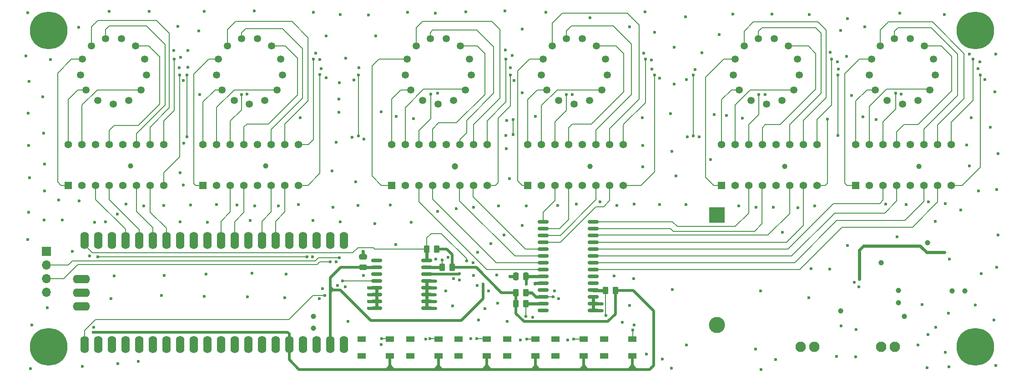
<source format=gtl>
%TF.GenerationSoftware,KiCad,Pcbnew,7.0.5-0*%
%TF.CreationDate,2023-12-27T11:16:32-05:00*%
%TF.ProjectId,nixie,6e697869-652e-46b6-9963-61645f706362,rev?*%
%TF.SameCoordinates,Original*%
%TF.FileFunction,Copper,L1,Top*%
%TF.FilePolarity,Positive*%
%FSLAX46Y46*%
G04 Gerber Fmt 4.6, Leading zero omitted, Abs format (unit mm)*
G04 Created by KiCad (PCBNEW 7.0.5-0) date 2023-12-27 11:16:32*
%MOMM*%
%LPD*%
G01*
G04 APERTURE LIST*
G04 Aperture macros list*
%AMRoundRect*
0 Rectangle with rounded corners*
0 $1 Rounding radius*
0 $2 $3 $4 $5 $6 $7 $8 $9 X,Y pos of 4 corners*
0 Add a 4 corners polygon primitive as box body*
4,1,4,$2,$3,$4,$5,$6,$7,$8,$9,$2,$3,0*
0 Add four circle primitives for the rounded corners*
1,1,$1+$1,$2,$3*
1,1,$1+$1,$4,$5*
1,1,$1+$1,$6,$7*
1,1,$1+$1,$8,$9*
0 Add four rect primitives between the rounded corners*
20,1,$1+$1,$2,$3,$4,$5,0*
20,1,$1+$1,$4,$5,$6,$7,0*
20,1,$1+$1,$6,$7,$8,$9,0*
20,1,$1+$1,$8,$9,$2,$3,0*%
G04 Aperture macros list end*
%TA.AperFunction,ComponentPad*%
%ADD10C,1.950000*%
%TD*%
%TA.AperFunction,ComponentPad*%
%ADD11C,0.800000*%
%TD*%
%TA.AperFunction,ComponentPad*%
%ADD12C,7.000000*%
%TD*%
%TA.AperFunction,SMDPad,CuDef*%
%ADD13RoundRect,0.150000X-0.875000X-0.150000X0.875000X-0.150000X0.875000X0.150000X-0.875000X0.150000X0*%
%TD*%
%TA.AperFunction,SMDPad,CuDef*%
%ADD14RoundRect,0.250000X0.250000X0.475000X-0.250000X0.475000X-0.250000X-0.475000X0.250000X-0.475000X0*%
%TD*%
%TA.AperFunction,SMDPad,CuDef*%
%ADD15R,1.550000X1.000000*%
%TD*%
%TA.AperFunction,SMDPad,CuDef*%
%ADD16RoundRect,0.250000X-0.262500X-0.450000X0.262500X-0.450000X0.262500X0.450000X-0.262500X0.450000X0*%
%TD*%
%TA.AperFunction,SMDPad,CuDef*%
%ADD17RoundRect,0.250000X0.262500X0.450000X-0.262500X0.450000X-0.262500X-0.450000X0.262500X-0.450000X0*%
%TD*%
%TA.AperFunction,ComponentPad*%
%ADD18R,1.700000X1.700000*%
%TD*%
%TA.AperFunction,ComponentPad*%
%ADD19O,1.700000X1.700000*%
%TD*%
%TA.AperFunction,ComponentPad*%
%ADD20R,1.400000X1.400000*%
%TD*%
%TA.AperFunction,ComponentPad*%
%ADD21C,1.400000*%
%TD*%
%TA.AperFunction,ComponentPad*%
%ADD22O,1.600000X3.200000*%
%TD*%
%TA.AperFunction,ComponentPad*%
%ADD23O,3.200000X1.600000*%
%TD*%
%TA.AperFunction,SMDPad,CuDef*%
%ADD24RoundRect,0.250000X0.475000X-0.250000X0.475000X0.250000X-0.475000X0.250000X-0.475000X-0.250000X0*%
%TD*%
%TA.AperFunction,ComponentPad*%
%ADD25R,3.000000X3.000000*%
%TD*%
%TA.AperFunction,ComponentPad*%
%ADD26C,3.000000*%
%TD*%
%TA.AperFunction,ComponentPad*%
%ADD27C,1.348000*%
%TD*%
%TA.AperFunction,ViaPad*%
%ADD28C,0.600000*%
%TD*%
%TA.AperFunction,ViaPad*%
%ADD29C,1.000000*%
%TD*%
%TA.AperFunction,ViaPad*%
%ADD30C,1.200000*%
%TD*%
%TA.AperFunction,Conductor*%
%ADD31C,0.600000*%
%TD*%
%TA.AperFunction,Conductor*%
%ADD32C,0.500000*%
%TD*%
%TA.AperFunction,Conductor*%
%ADD33C,0.200000*%
%TD*%
G04 APERTURE END LIST*
D10*
%TO.P,J4,1,1*%
%TO.N,+12V*%
X225000000Y-141100000D03*
%TO.P,J4,2,2*%
%TO.N,GND*%
X227540000Y-141100000D03*
%TD*%
%TO.P,J3,1,1*%
%TO.N,VCC*%
X210000000Y-141100000D03*
%TO.P,J3,2,2*%
%TO.N,GND*%
X212540000Y-141100000D03*
%TD*%
D11*
%TO.P,H2,1*%
%TO.N,N/C*%
X67375000Y-141100000D03*
X68143845Y-139243845D03*
X68143845Y-142956155D03*
X70000000Y-138475000D03*
D12*
X70000000Y-141100000D03*
D11*
X70000000Y-143725000D03*
X71856155Y-139243845D03*
X71856155Y-142956155D03*
X72625000Y-141100000D03*
%TD*%
D13*
%TO.P,IC6,1,32KHZ*%
%TO.N,unconnected-(IC6-32KHZ-Pad1)*%
X131062000Y-125020000D03*
%TO.P,IC6,2,VCC*%
%TO.N,+5V*%
X131062000Y-126290000D03*
%TO.P,IC6,3,~{INT}/SQW*%
%TO.N,unconnected-(IC6-~{INT}{slash}SQW-Pad3)*%
X131062000Y-127560000D03*
%TO.P,IC6,4,~{RST}*%
%TO.N,/RSTC*%
X131062000Y-128830000D03*
%TO.P,IC6,5,GND*%
%TO.N,GND*%
X131062000Y-130100000D03*
%TO.P,IC6,6,GND*%
X131062000Y-131370000D03*
%TO.P,IC6,7,GND*%
X131062000Y-132640000D03*
%TO.P,IC6,8,GND*%
X131062000Y-133910000D03*
%TO.P,IC6,9,GND*%
X140362000Y-133910000D03*
%TO.P,IC6,10,GND*%
X140362000Y-132640000D03*
%TO.P,IC6,11,GND*%
X140362000Y-131370000D03*
%TO.P,IC6,12,GND*%
X140362000Y-130100000D03*
%TO.P,IC6,13,GND*%
X140362000Y-128830000D03*
%TO.P,IC6,14,VBAT*%
%TO.N,Net-(BAT1-+)*%
X140362000Y-127560000D03*
%TO.P,IC6,15,SDA*%
%TO.N,/SDA1*%
X140362000Y-126290000D03*
%TO.P,IC6,16,SCL*%
%TO.N,/SCL1*%
X140362000Y-125020000D03*
%TD*%
D14*
%TO.P,C7,1*%
%TO.N,+5V*%
X158850000Y-128000000D03*
%TO.P,C7,2*%
%TO.N,GND*%
X156950000Y-128000000D03*
%TD*%
D15*
%TO.P,S1,1,1*%
%TO.N,/S1*%
X133525000Y-139640000D03*
%TO.P,S1,2,2*%
%TO.N,unconnected-(S1-Pad2)*%
X128275000Y-139640000D03*
%TO.P,S1,3,3*%
%TO.N,unconnected-(S1-Pad3)*%
X128275000Y-142840000D03*
%TO.P,S1,4,4*%
%TO.N,+3V3*%
X133525000Y-142840000D03*
%TD*%
%TO.P,S5,1,1*%
%TO.N,/S5*%
X169625000Y-139640000D03*
%TO.P,S5,2,2*%
%TO.N,unconnected-(S5-Pad2)*%
X164375000Y-139640000D03*
%TO.P,S5,3,3*%
%TO.N,unconnected-(S5-Pad3)*%
X164375000Y-142840000D03*
%TO.P,S5,4,4*%
%TO.N,+3V3*%
X169625000Y-142840000D03*
%TD*%
D16*
%TO.P,R9,1*%
%TO.N,+3V3*%
X156987500Y-133100000D03*
%TO.P,R9,2*%
%TO.N,/SDA1*%
X158812500Y-133100000D03*
%TD*%
D11*
%TO.P,H3,1*%
%TO.N,N/C*%
X239875000Y-82200000D03*
X240643845Y-80343845D03*
X240643845Y-84056155D03*
X242500000Y-79575000D03*
D12*
X242500000Y-82200000D03*
D11*
X242500000Y-84825000D03*
X244356155Y-80343845D03*
X244356155Y-84056155D03*
X245125000Y-82200000D03*
%TD*%
D17*
%TO.P,R5,1*%
%TO.N,+3V3*%
X142212500Y-122900000D03*
%TO.P,R5,2*%
%TO.N,/SCL1*%
X140387500Y-122900000D03*
%TD*%
D18*
%TO.P,J1,1,Pin_1*%
%TO.N,+3V3*%
X69600000Y-123340000D03*
D19*
%TO.P,J1,2,Pin_2*%
%TO.N,/RX*%
X69600000Y-125880000D03*
%TO.P,J1,3,Pin_3*%
%TO.N,/TX*%
X69600000Y-128420000D03*
%TO.P,J1,4,Pin_4*%
%TO.N,GND*%
X69600000Y-130960000D03*
%TD*%
D20*
%TO.P,IC3,1,8*%
%TO.N,/N38*%
X133826600Y-111030000D03*
D21*
%TO.P,IC3,2,9*%
%TO.N,/N39*%
X136366600Y-111030000D03*
%TO.P,IC3,3,A*%
%TO.N,/A3*%
X138906600Y-111030000D03*
%TO.P,IC3,4,D*%
%TO.N,/D3*%
X141446600Y-111030000D03*
%TO.P,IC3,5,VCC*%
%TO.N,+5V*%
X143986600Y-111030000D03*
%TO.P,IC3,6,B*%
%TO.N,/B3*%
X146526600Y-111030000D03*
%TO.P,IC3,7,C*%
%TO.N,/C3*%
X149066600Y-111030000D03*
%TO.P,IC3,8,2*%
%TO.N,/N32*%
X151606600Y-111030000D03*
%TO.P,IC3,9,3*%
%TO.N,/N33*%
X151606600Y-103410000D03*
%TO.P,IC3,10,7*%
%TO.N,/N37*%
X149066600Y-103410000D03*
%TO.P,IC3,11,6*%
%TO.N,/N36*%
X146526600Y-103410000D03*
%TO.P,IC3,12,GND*%
%TO.N,GND*%
X143986600Y-103410000D03*
%TO.P,IC3,13,4*%
%TO.N,/N34*%
X141446600Y-103410000D03*
%TO.P,IC3,14,5*%
%TO.N,/N35*%
X138906600Y-103410000D03*
%TO.P,IC3,15,1*%
%TO.N,/N31*%
X136366600Y-103410000D03*
%TO.P,IC3,16,0*%
%TO.N,/N30*%
X133826600Y-103410000D03*
%TD*%
D11*
%TO.P,H1,1*%
%TO.N,N/C*%
X70000000Y-84825000D03*
X68143845Y-84056155D03*
X71856155Y-84056155D03*
X67375000Y-82200000D03*
D12*
X70000000Y-82200000D03*
D11*
X72625000Y-82200000D03*
X68143845Y-80343845D03*
X71856155Y-80343845D03*
X70000000Y-79575000D03*
%TD*%
%TO.P,H4,1*%
%TO.N,N/C*%
X239875000Y-141100000D03*
X240643845Y-139243845D03*
X240643845Y-142956155D03*
X242500000Y-138475000D03*
D12*
X242500000Y-141100000D03*
D11*
X242500000Y-143725000D03*
X244356155Y-139243845D03*
X244356155Y-142956155D03*
X245125000Y-141100000D03*
%TD*%
D22*
%TO.P,P1,3V3,3V3*%
%TO.N,+3V3*%
X114780000Y-140680000D03*
%TO.P,P1,3V3_EN,3V3_EN*%
%TO.N,unconnected-(P1-Pad3V3_EN)*%
X117320000Y-140680000D03*
%TO.P,P1,ADC_VREF,ADC_VREF*%
%TO.N,unconnected-(P1-PadADC_VREF)*%
X112240000Y-140680000D03*
%TO.P,P1,AGND,AGND*%
%TO.N,GND*%
X107160000Y-140680000D03*
%TO.P,P1,GND@1,GND*%
X119860000Y-121300000D03*
%TO.P,P1,GND@2,GND*%
X107160000Y-121300000D03*
%TO.P,P1,GND@3,GND*%
X94460000Y-121300000D03*
%TO.P,P1,GND@4,GND*%
X81760000Y-121300000D03*
D23*
%TO.P,P1,GND@5,GND*%
X76110000Y-130990000D03*
D22*
%TO.P,P1,GND@6,GND*%
X81760000Y-140680000D03*
%TO.P,P1,GND@7,GND*%
X94460000Y-140680000D03*
%TO.P,P1,GND@8,GND*%
X119860000Y-140680000D03*
%TO.P,P1,GP0,GP0*%
%TO.N,/RX*%
X124940000Y-121300000D03*
%TO.P,P1,GP1,GP1*%
%TO.N,/TX*%
X122400000Y-121300000D03*
%TO.P,P1,GP2,GP2*%
%TO.N,/RSTIO*%
X117320000Y-121300000D03*
%TO.P,P1,GP3,GP3*%
%TO.N,/RSTC*%
X114780000Y-121300000D03*
%TO.P,P1,GP4,GP4*%
%TO.N,/C2*%
X112240000Y-121300000D03*
%TO.P,P1,GP5,GP5*%
%TO.N,/B2*%
X109700000Y-121300000D03*
%TO.P,P1,GP6,GP6*%
%TO.N,/D2*%
X104620000Y-121300000D03*
%TO.P,P1,GP7,GP7*%
%TO.N,/A2*%
X102080000Y-121300000D03*
%TO.P,P1,GP8,GP8*%
%TO.N,unconnected-(P1-PadGP8)*%
X99540000Y-121300000D03*
%TO.P,P1,GP9,GP9*%
%TO.N,unconnected-(P1-PadGP9)*%
X97000000Y-121300000D03*
%TO.P,P1,GP10,GP10*%
%TO.N,/C1*%
X91920000Y-121300000D03*
%TO.P,P1,GP11,GP11*%
%TO.N,/B1*%
X89380000Y-121300000D03*
%TO.P,P1,GP12,GP12*%
%TO.N,/D1*%
X86840000Y-121300000D03*
%TO.P,P1,GP13,GP13*%
%TO.N,/A1*%
X84300000Y-121300000D03*
%TO.P,P1,GP14,GP14*%
%TO.N,/SDA1*%
X79220000Y-121300000D03*
%TO.P,P1,GP15,GP15*%
%TO.N,/SCL1*%
X76680000Y-121300000D03*
%TO.P,P1,GP16,GP16*%
%TO.N,/S6*%
X76680000Y-140680000D03*
%TO.P,P1,GP17,GP17*%
%TO.N,/S5*%
X79220000Y-140680000D03*
%TO.P,P1,GP18,GP18*%
%TO.N,/S4*%
X84300000Y-140680000D03*
%TO.P,P1,GP19,GP19*%
%TO.N,/S3*%
X86840000Y-140680000D03*
%TO.P,P1,GP20,GP20*%
%TO.N,/S2*%
X89380000Y-140680000D03*
%TO.P,P1,GP21,GP21*%
%TO.N,/S1*%
X91920000Y-140680000D03*
%TO.P,P1,GP22,GP22*%
%TO.N,unconnected-(P1-PadGP22)*%
X97000000Y-140680000D03*
%TO.P,P1,GP26_A0,GP26_A0*%
%TO.N,unconnected-(P1-PadGP26_A0)*%
X102080000Y-140680000D03*
%TO.P,P1,GP27_A1,GP27_A1*%
%TO.N,unconnected-(P1-PadGP27_A1)*%
X104620000Y-140680000D03*
%TO.P,P1,GP28_A2,GP28_A2*%
%TO.N,unconnected-(P1-PadGP28_A2)*%
X109700000Y-140680000D03*
%TO.P,P1,RUN,RUN*%
%TO.N,unconnected-(P1-PadRUN)*%
X99540000Y-140680000D03*
D23*
%TO.P,P1,SWCLK,SWCLK*%
%TO.N,unconnected-(P1-PadSWCLK)*%
X76110000Y-128450000D03*
%TO.P,P1,SWDIO,SWDIO*%
%TO.N,unconnected-(P1-PadSWDIO)*%
X76110000Y-133530000D03*
D22*
%TO.P,P1,VBUS,VBUS*%
%TO.N,unconnected-(P1-PadVBUS)*%
X124940000Y-140680000D03*
%TO.P,P1,VSYS,VSYS*%
%TO.N,+5V*%
X122400000Y-140680000D03*
%TD*%
D15*
%TO.P,S3,1,1*%
%TO.N,/S3*%
X151550000Y-139640000D03*
%TO.P,S3,2,2*%
%TO.N,unconnected-(S3-Pad2)*%
X146300000Y-139640000D03*
%TO.P,S3,3,3*%
%TO.N,unconnected-(S3-Pad3)*%
X146300000Y-142840000D03*
%TO.P,S3,4,4*%
%TO.N,+3V3*%
X151550000Y-142840000D03*
%TD*%
%TO.P,S6,1,1*%
%TO.N,/S6*%
X178650000Y-139640000D03*
%TO.P,S6,2,2*%
%TO.N,unconnected-(S6-Pad2)*%
X173400000Y-139640000D03*
%TO.P,S6,3,3*%
%TO.N,unconnected-(S6-Pad3)*%
X173400000Y-142840000D03*
%TO.P,S6,4,4*%
%TO.N,+3V3*%
X178650000Y-142840000D03*
%TD*%
D24*
%TO.P,C5,1*%
%TO.N,+5V*%
X128500000Y-126250000D03*
%TO.P,C5,2*%
%TO.N,GND*%
X128500000Y-124350000D03*
%TD*%
D25*
%TO.P,BAT1,1,+*%
%TO.N,Net-(BAT1-+)*%
X194400000Y-116510000D03*
D26*
%TO.P,BAT1,2,-*%
%TO.N,GND*%
X194400000Y-137000000D03*
%TD*%
D16*
%TO.P,R10,1*%
%TO.N,+3V3*%
X156987500Y-131000000D03*
%TO.P,R10,2*%
%TO.N,/SCL1*%
X158812500Y-131000000D03*
%TD*%
D20*
%TO.P,IC8,1,8*%
%TO.N,/N68*%
X220260000Y-111030000D03*
D21*
%TO.P,IC8,2,9*%
%TO.N,/N69*%
X222800000Y-111030000D03*
%TO.P,IC8,3,A*%
%TO.N,/A6*%
X225340000Y-111030000D03*
%TO.P,IC8,4,D*%
%TO.N,/D6*%
X227880000Y-111030000D03*
%TO.P,IC8,5,VCC*%
%TO.N,+5V*%
X230420000Y-111030000D03*
%TO.P,IC8,6,B*%
%TO.N,/B6*%
X232960000Y-111030000D03*
%TO.P,IC8,7,C*%
%TO.N,/C6*%
X235500000Y-111030000D03*
%TO.P,IC8,8,2*%
%TO.N,/N62*%
X238040000Y-111030000D03*
%TO.P,IC8,9,3*%
%TO.N,/N63*%
X238040000Y-103410000D03*
%TO.P,IC8,10,7*%
%TO.N,/N67*%
X235500000Y-103410000D03*
%TO.P,IC8,11,6*%
%TO.N,/N66*%
X232960000Y-103410000D03*
%TO.P,IC8,12,GND*%
%TO.N,GND*%
X230420000Y-103410000D03*
%TO.P,IC8,13,4*%
%TO.N,/N64*%
X227880000Y-103410000D03*
%TO.P,IC8,14,5*%
%TO.N,/N65*%
X225340000Y-103410000D03*
%TO.P,IC8,15,1*%
%TO.N,/N61*%
X222800000Y-103410000D03*
%TO.P,IC8,16,0*%
%TO.N,/N60*%
X220260000Y-103410000D03*
%TD*%
D20*
%TO.P,IC7,1,8*%
%TO.N,/N58*%
X195226000Y-111030000D03*
D21*
%TO.P,IC7,2,9*%
%TO.N,/N59*%
X197766000Y-111030000D03*
%TO.P,IC7,3,A*%
%TO.N,/A5*%
X200306000Y-111030000D03*
%TO.P,IC7,4,D*%
%TO.N,/D5*%
X202846000Y-111030000D03*
%TO.P,IC7,5,VCC*%
%TO.N,+5V*%
X205386000Y-111030000D03*
%TO.P,IC7,6,B*%
%TO.N,/B5*%
X207926000Y-111030000D03*
%TO.P,IC7,7,C*%
%TO.N,/C5*%
X210466000Y-111030000D03*
%TO.P,IC7,8,2*%
%TO.N,/N52*%
X213006000Y-111030000D03*
%TO.P,IC7,9,3*%
%TO.N,/N53*%
X213006000Y-103410000D03*
%TO.P,IC7,10,7*%
%TO.N,/N57*%
X210466000Y-103410000D03*
%TO.P,IC7,11,6*%
%TO.N,/N56*%
X207926000Y-103410000D03*
%TO.P,IC7,12,GND*%
%TO.N,GND*%
X205386000Y-103410000D03*
%TO.P,IC7,13,4*%
%TO.N,/N54*%
X202846000Y-103410000D03*
%TO.P,IC7,14,5*%
%TO.N,/N55*%
X200306000Y-103410000D03*
%TO.P,IC7,15,1*%
%TO.N,/N51*%
X197766000Y-103410000D03*
%TO.P,IC7,16,0*%
%TO.N,/N50*%
X195226000Y-103410000D03*
%TD*%
D13*
%TO.P,IC5,1,GPB0*%
%TO.N,/A4*%
X162025000Y-117830000D03*
%TO.P,IC5,2,GPB1*%
%TO.N,/D4*%
X162025000Y-119100000D03*
%TO.P,IC5,3,GPB2*%
%TO.N,/B4*%
X162025000Y-120370000D03*
%TO.P,IC5,4,GPB3*%
%TO.N,/C4*%
X162025000Y-121640000D03*
%TO.P,IC5,5,GPB4*%
%TO.N,/C3*%
X162025000Y-122910000D03*
%TO.P,IC5,6,GPB5*%
%TO.N,/B3*%
X162025000Y-124180000D03*
%TO.P,IC5,7,GPB6*%
%TO.N,/D3*%
X162025000Y-125450000D03*
%TO.P,IC5,8,GPB7*%
%TO.N,/A3*%
X162025000Y-126720000D03*
%TO.P,IC5,9,VDD*%
%TO.N,+5V*%
X162025000Y-127990000D03*
%TO.P,IC5,10,VSS*%
%TO.N,GND*%
X162025000Y-129260000D03*
%TO.P,IC5,11,NC*%
%TO.N,unconnected-(IC5-NC-Pad11)*%
X162025000Y-130530000D03*
%TO.P,IC5,12,SCK*%
%TO.N,/SCL1*%
X162025000Y-131800000D03*
%TO.P,IC5,13,SDA*%
%TO.N,/SDA1*%
X162025000Y-133070000D03*
%TO.P,IC5,14,NC*%
%TO.N,unconnected-(IC5-NC-Pad14)*%
X162025000Y-134340000D03*
%TO.P,IC5,15,A0*%
%TO.N,GND*%
X171325000Y-134340000D03*
%TO.P,IC5,16,A1*%
X171325000Y-133070000D03*
%TO.P,IC5,17,A2*%
X171325000Y-131800000D03*
%TO.P,IC5,18,~{RESET}*%
%TO.N,/RSTIO*%
X171325000Y-130530000D03*
%TO.P,IC5,19,INTB*%
%TO.N,unconnected-(IC5-INTB-Pad19)*%
X171325000Y-129260000D03*
%TO.P,IC5,20,INTA*%
%TO.N,unconnected-(IC5-INTA-Pad20)*%
X171325000Y-127990000D03*
%TO.P,IC5,21,GPA0*%
%TO.N,/C6*%
X171325000Y-126720000D03*
%TO.P,IC5,22,GPA1*%
%TO.N,/B6*%
X171325000Y-125450000D03*
%TO.P,IC5,23,GPA2*%
%TO.N,/D6*%
X171325000Y-124180000D03*
%TO.P,IC5,24,GPA3*%
%TO.N,/A6*%
X171325000Y-122910000D03*
%TO.P,IC5,25,GPA4*%
%TO.N,/C5*%
X171325000Y-121640000D03*
%TO.P,IC5,26,GPA5*%
%TO.N,/B5*%
X171325000Y-120370000D03*
%TO.P,IC5,27,GPA6*%
%TO.N,/D5*%
X171325000Y-119100000D03*
%TO.P,IC5,28,GPA7*%
%TO.N,/A5*%
X171325000Y-117830000D03*
%TD*%
D16*
%TO.P,R11,1*%
%TO.N,/RSTIO*%
X173687500Y-130600000D03*
%TO.P,R11,2*%
%TO.N,+3V3*%
X175512500Y-130600000D03*
%TD*%
D15*
%TO.P,S2,1,1*%
%TO.N,/S2*%
X142550000Y-139640000D03*
%TO.P,S2,2,2*%
%TO.N,unconnected-(S2-Pad2)*%
X137300000Y-139640000D03*
%TO.P,S2,3,3*%
%TO.N,unconnected-(S2-Pad3)*%
X137300000Y-142840000D03*
%TO.P,S2,4,4*%
%TO.N,+3V3*%
X142550000Y-142840000D03*
%TD*%
D20*
%TO.P,IC4,1,8*%
%TO.N,/N48*%
X159188600Y-111030000D03*
D21*
%TO.P,IC4,2,9*%
%TO.N,/N49*%
X161728600Y-111030000D03*
%TO.P,IC4,3,A*%
%TO.N,/A4*%
X164268600Y-111030000D03*
%TO.P,IC4,4,D*%
%TO.N,/D4*%
X166808600Y-111030000D03*
%TO.P,IC4,5,VCC*%
%TO.N,+5V*%
X169348600Y-111030000D03*
%TO.P,IC4,6,B*%
%TO.N,/B4*%
X171888600Y-111030000D03*
%TO.P,IC4,7,C*%
%TO.N,/C4*%
X174428600Y-111030000D03*
%TO.P,IC4,8,2*%
%TO.N,/N42*%
X176968600Y-111030000D03*
%TO.P,IC4,9,3*%
%TO.N,/N43*%
X176968600Y-103410000D03*
%TO.P,IC4,10,7*%
%TO.N,/N47*%
X174428600Y-103410000D03*
%TO.P,IC4,11,6*%
%TO.N,/N46*%
X171888600Y-103410000D03*
%TO.P,IC4,12,GND*%
%TO.N,GND*%
X169348600Y-103410000D03*
%TO.P,IC4,13,4*%
%TO.N,/N44*%
X166808600Y-103410000D03*
%TO.P,IC4,14,5*%
%TO.N,/N45*%
X164268600Y-103410000D03*
%TO.P,IC4,15,1*%
%TO.N,/N41*%
X161728600Y-103410000D03*
%TO.P,IC4,16,0*%
%TO.N,/N40*%
X159188600Y-103410000D03*
%TD*%
D20*
%TO.P,IC2,1,8*%
%TO.N,/N28*%
X98764600Y-111030000D03*
D21*
%TO.P,IC2,2,9*%
%TO.N,/N29*%
X101304600Y-111030000D03*
%TO.P,IC2,3,A*%
%TO.N,/A2*%
X103844600Y-111030000D03*
%TO.P,IC2,4,D*%
%TO.N,/D2*%
X106384600Y-111030000D03*
%TO.P,IC2,5,VCC*%
%TO.N,+5V*%
X108924600Y-111030000D03*
%TO.P,IC2,6,B*%
%TO.N,/B2*%
X111464600Y-111030000D03*
%TO.P,IC2,7,C*%
%TO.N,/C2*%
X114004600Y-111030000D03*
%TO.P,IC2,8,2*%
%TO.N,/N22*%
X116544600Y-111030000D03*
%TO.P,IC2,9,3*%
%TO.N,/N23*%
X116544600Y-103410000D03*
%TO.P,IC2,10,7*%
%TO.N,/N27*%
X114004600Y-103410000D03*
%TO.P,IC2,11,6*%
%TO.N,/N26*%
X111464600Y-103410000D03*
%TO.P,IC2,12,GND*%
%TO.N,GND*%
X108924600Y-103410000D03*
%TO.P,IC2,13,4*%
%TO.N,/N24*%
X106384600Y-103410000D03*
%TO.P,IC2,14,5*%
%TO.N,/N25*%
X103844600Y-103410000D03*
%TO.P,IC2,15,1*%
%TO.N,/N21*%
X101304600Y-103410000D03*
%TO.P,IC2,16,0*%
%TO.N,/N20*%
X98764600Y-103410000D03*
%TD*%
D16*
%TO.P,R6,1*%
%TO.N,/SDA1*%
X143287500Y-126300000D03*
%TO.P,R6,2*%
%TO.N,+3V3*%
X145112500Y-126300000D03*
%TD*%
D20*
%TO.P,IC1,1,8*%
%TO.N,/N18*%
X73682600Y-111030000D03*
D21*
%TO.P,IC1,2,9*%
%TO.N,/N19*%
X76222600Y-111030000D03*
%TO.P,IC1,3,A*%
%TO.N,/A1*%
X78762600Y-111030000D03*
%TO.P,IC1,4,D*%
%TO.N,/D1*%
X81302600Y-111030000D03*
%TO.P,IC1,5,VCC*%
%TO.N,+5V*%
X83842600Y-111030000D03*
%TO.P,IC1,6,B*%
%TO.N,/B1*%
X86382600Y-111030000D03*
%TO.P,IC1,7,C*%
%TO.N,/C1*%
X88922600Y-111030000D03*
%TO.P,IC1,8,2*%
%TO.N,/N12*%
X91462600Y-111030000D03*
%TO.P,IC1,9,3*%
%TO.N,/N13*%
X91462600Y-103410000D03*
%TO.P,IC1,10,7*%
%TO.N,/N17*%
X88922600Y-103410000D03*
%TO.P,IC1,11,6*%
%TO.N,/N16*%
X86382600Y-103410000D03*
%TO.P,IC1,12,GND*%
%TO.N,GND*%
X83842600Y-103410000D03*
%TO.P,IC1,13,4*%
%TO.N,/N14*%
X81302600Y-103410000D03*
%TO.P,IC1,14,5*%
%TO.N,/N15*%
X78762600Y-103410000D03*
%TO.P,IC1,15,1*%
%TO.N,/N11*%
X76222600Y-103410000D03*
%TO.P,IC1,16,0*%
%TO.N,/N10*%
X73682600Y-103410000D03*
%TD*%
D15*
%TO.P,S4,1,1*%
%TO.N,/S4*%
X160625000Y-139640000D03*
%TO.P,S4,2,2*%
%TO.N,unconnected-(S4-Pad2)*%
X155375000Y-139640000D03*
%TO.P,S4,3,3*%
%TO.N,unconnected-(S4-Pad3)*%
X155375000Y-142840000D03*
%TO.P,S4,4,4*%
%TO.N,+3V3*%
X160625000Y-142840000D03*
%TD*%
D27*
%TO.P,N6,0,0*%
%TO.N,/N60*%
X223835200Y-93226300D03*
%TO.P,N6,1,1*%
%TO.N,/N61*%
X234023600Y-93226300D03*
%TO.P,N6,2,2*%
%TO.N,/N62*%
X235074200Y-90456100D03*
%TO.P,N6,3,3*%
%TO.N,/N63*%
X234717100Y-87515000D03*
%TO.P,N6,4,4*%
%TO.N,/N64*%
X233034100Y-85076800D03*
%TO.P,N6,5,5*%
%TO.N,/N65*%
X230410700Y-83699900D03*
%TO.P,N6,6,6*%
%TO.N,/N66*%
X227448100Y-83699900D03*
%TO.P,N6,7,7*%
%TO.N,/N67*%
X224824700Y-85076800D03*
%TO.P,N6,8,8*%
%TO.N,/N68*%
X223141700Y-87515000D03*
%TO.P,N6,9,9*%
%TO.N,/N69*%
X222784600Y-90456100D03*
%TO.P,N6,A,A*%
%TO.N,/170V6*%
X228929400Y-95899900D03*
%TO.P,N6,LHDP,LHDP*%
%TO.N,unconnected-(N6-PadLHDP)*%
X226052800Y-95190900D03*
%TO.P,N6,RHDP,RHDP*%
%TO.N,unconnected-(N6-PadRHDP)*%
X231806000Y-95190900D03*
%TD*%
%TO.P,N4,0,0*%
%TO.N,/N40*%
X162750400Y-93226300D03*
%TO.P,N4,1,1*%
%TO.N,/N41*%
X172938800Y-93226300D03*
%TO.P,N4,2,2*%
%TO.N,/N42*%
X173989400Y-90456100D03*
%TO.P,N4,3,3*%
%TO.N,/N43*%
X173632300Y-87515000D03*
%TO.P,N4,4,4*%
%TO.N,/N44*%
X171949300Y-85076800D03*
%TO.P,N4,5,5*%
%TO.N,/N45*%
X169325900Y-83699900D03*
%TO.P,N4,6,6*%
%TO.N,/N46*%
X166363300Y-83699900D03*
%TO.P,N4,7,7*%
%TO.N,/N47*%
X163739900Y-85076800D03*
%TO.P,N4,8,8*%
%TO.N,/N48*%
X162056900Y-87515000D03*
%TO.P,N4,9,9*%
%TO.N,/N49*%
X161699800Y-90456100D03*
%TO.P,N4,A,A*%
%TO.N,/170V4*%
X167844600Y-95899900D03*
%TO.P,N4,LHDP,LHDP*%
%TO.N,unconnected-(N4-PadLHDP)*%
X164968000Y-95190900D03*
%TO.P,N4,RHDP,RHDP*%
%TO.N,unconnected-(N4-PadRHDP)*%
X170721200Y-95190900D03*
%TD*%
%TO.P,N5,0,0*%
%TO.N,/N50*%
X198506000Y-93226300D03*
%TO.P,N5,1,1*%
%TO.N,/N51*%
X208694400Y-93226300D03*
%TO.P,N5,2,2*%
%TO.N,/N52*%
X209745000Y-90456100D03*
%TO.P,N5,3,3*%
%TO.N,/N53*%
X209387900Y-87515000D03*
%TO.P,N5,4,4*%
%TO.N,/N54*%
X207704900Y-85076800D03*
%TO.P,N5,5,5*%
%TO.N,/N55*%
X205081500Y-83699900D03*
%TO.P,N5,6,6*%
%TO.N,/N56*%
X202118900Y-83699900D03*
%TO.P,N5,7,7*%
%TO.N,/N57*%
X199495500Y-85076800D03*
%TO.P,N5,8,8*%
%TO.N,/N58*%
X197812500Y-87515000D03*
%TO.P,N5,9,9*%
%TO.N,/N59*%
X197455400Y-90456100D03*
%TO.P,N5,A,A*%
%TO.N,/170V5*%
X203600200Y-95899900D03*
%TO.P,N5,LHDP,LHDP*%
%TO.N,unconnected-(N5-PadLHDP)*%
X200723600Y-95190900D03*
%TO.P,N5,RHDP,RHDP*%
%TO.N,unconnected-(N5-PadRHDP)*%
X206476800Y-95190900D03*
%TD*%
%TO.P,N3,0,0*%
%TO.N,/N30*%
X137428600Y-93226300D03*
%TO.P,N3,1,1*%
%TO.N,/N31*%
X147617000Y-93226300D03*
%TO.P,N3,2,2*%
%TO.N,/N32*%
X148667600Y-90456100D03*
%TO.P,N3,3,3*%
%TO.N,/N33*%
X148310500Y-87515000D03*
%TO.P,N3,4,4*%
%TO.N,/N34*%
X146627500Y-85076800D03*
%TO.P,N3,5,5*%
%TO.N,/N35*%
X144004100Y-83699900D03*
%TO.P,N3,6,6*%
%TO.N,/N36*%
X141041500Y-83699900D03*
%TO.P,N3,7,7*%
%TO.N,/N37*%
X138418100Y-85076800D03*
%TO.P,N3,8,8*%
%TO.N,/N38*%
X136735100Y-87515000D03*
%TO.P,N3,9,9*%
%TO.N,/N39*%
X136378000Y-90456100D03*
%TO.P,N3,A,A*%
%TO.N,/170V3*%
X142522800Y-95899900D03*
%TO.P,N3,LHDP,LHDP*%
%TO.N,unconnected-(N3-PadLHDP)*%
X139646200Y-95190900D03*
%TO.P,N3,RHDP,RHDP*%
%TO.N,unconnected-(N3-PadRHDP)*%
X145399400Y-95190900D03*
%TD*%
%TO.P,N1,0,0*%
%TO.N,/N10*%
X76984600Y-93226300D03*
%TO.P,N1,1,1*%
%TO.N,/N11*%
X87173000Y-93226300D03*
%TO.P,N1,2,2*%
%TO.N,/N12*%
X88223600Y-90456100D03*
%TO.P,N1,3,3*%
%TO.N,/N13*%
X87866500Y-87515000D03*
%TO.P,N1,4,4*%
%TO.N,/N14*%
X86183500Y-85076800D03*
%TO.P,N1,5,5*%
%TO.N,/N15*%
X83560100Y-83699900D03*
%TO.P,N1,6,6*%
%TO.N,/N16*%
X80597500Y-83699900D03*
%TO.P,N1,7,7*%
%TO.N,/N17*%
X77974100Y-85076800D03*
%TO.P,N1,8,8*%
%TO.N,/N18*%
X76291100Y-87515000D03*
%TO.P,N1,9,9*%
%TO.N,/N19*%
X75934000Y-90456100D03*
%TO.P,N1,A,A*%
%TO.N,/170V1*%
X82078800Y-95899900D03*
%TO.P,N1,LHDP,LHDP*%
%TO.N,unconnected-(N1-PadLHDP)*%
X79202200Y-95190900D03*
%TO.P,N1,RHDP,RHDP*%
%TO.N,unconnected-(N1-PadRHDP)*%
X84955400Y-95190900D03*
%TD*%
%TO.P,N2,0,0*%
%TO.N,/N20*%
X102306400Y-93226300D03*
%TO.P,N2,1,1*%
%TO.N,/N21*%
X112494800Y-93226300D03*
%TO.P,N2,2,2*%
%TO.N,/N22*%
X113545400Y-90456100D03*
%TO.P,N2,3,3*%
%TO.N,/N23*%
X113188300Y-87515000D03*
%TO.P,N2,4,4*%
%TO.N,/N24*%
X111505300Y-85076800D03*
%TO.P,N2,5,5*%
%TO.N,/N25*%
X108881900Y-83699900D03*
%TO.P,N2,6,6*%
%TO.N,/N26*%
X105919300Y-83699900D03*
%TO.P,N2,7,7*%
%TO.N,/N27*%
X103295900Y-85076800D03*
%TO.P,N2,8,8*%
%TO.N,/N28*%
X101612900Y-87515000D03*
%TO.P,N2,9,9*%
%TO.N,/N29*%
X101255800Y-90456100D03*
%TO.P,N2,A,A*%
%TO.N,/170V2*%
X107400600Y-95899900D03*
%TO.P,N2,LHDP,LHDP*%
%TO.N,unconnected-(N2-PadLHDP)*%
X104524000Y-95190900D03*
%TO.P,N2,RHDP,RHDP*%
%TO.N,unconnected-(N2-PadRHDP)*%
X110277200Y-95190900D03*
%TD*%
D28*
%TO.N,GND*%
X125700000Y-136400000D03*
X166600000Y-139800000D03*
X221900000Y-81500000D03*
X188741538Y-140786711D03*
X101300000Y-114600000D03*
X162600000Y-78800000D03*
X125300000Y-87300000D03*
X153772868Y-114884939D03*
X107017605Y-131809300D03*
X120700000Y-89300000D03*
X134599594Y-122088741D03*
X246100000Y-93600000D03*
X119100000Y-124300000D03*
X217400000Y-82200000D03*
X246698118Y-120283057D03*
X75600000Y-81600000D03*
X203400000Y-94100000D03*
X66100000Y-78900000D03*
X81602344Y-132148170D03*
X141900000Y-131400000D03*
X145200000Y-133500000D03*
X237700000Y-124800000D03*
X137900000Y-98600000D03*
X180595791Y-103589038D03*
X240900000Y-103500000D03*
X124022259Y-97397335D03*
X142000000Y-132600000D03*
D29*
X170800000Y-107500000D03*
D28*
X116500000Y-114600000D03*
X123500000Y-125300000D03*
X217494019Y-137220595D03*
X149100000Y-115100000D03*
X96471753Y-114715947D03*
X99600000Y-117900000D03*
X220000000Y-129100000D03*
X228700000Y-94000000D03*
X121700000Y-83200000D03*
X156000000Y-89100000D03*
X180500000Y-98400000D03*
D29*
X217400000Y-134400000D03*
D28*
X206600000Y-119800000D03*
X241700000Y-98400000D03*
X84400000Y-114500000D03*
X78600000Y-117900000D03*
X194800000Y-82900000D03*
X153600000Y-133000000D03*
X71869763Y-113767103D03*
X193900000Y-97800000D03*
X142000000Y-130100000D03*
X87700000Y-114900000D03*
X244300000Y-91300000D03*
X94600000Y-87200000D03*
X179000000Y-137000000D03*
X108287048Y-78528572D03*
X95100000Y-111000000D03*
X246000000Y-136100000D03*
X156300000Y-86800000D03*
X123500000Y-103000000D03*
X94500000Y-117800000D03*
X68900000Y-94500000D03*
X145900000Y-115400000D03*
X66600000Y-145200000D03*
X196200000Y-98000000D03*
X66467445Y-109580076D03*
X125200000Y-129900000D03*
X205300000Y-143500000D03*
X190300000Y-89500000D03*
X211595682Y-79188043D03*
X69100000Y-101300000D03*
X233500000Y-145000000D03*
X155100000Y-101700000D03*
X186463788Y-92155817D03*
X154800000Y-120300000D03*
X91400000Y-114800000D03*
X146500000Y-128700000D03*
X128600000Y-127800000D03*
X119300000Y-78800000D03*
X129500000Y-79300000D03*
X131900000Y-140700000D03*
X191100000Y-102000000D03*
X179000000Y-114500000D03*
X94100000Y-81400000D03*
X155300000Y-98900000D03*
X149800000Y-129700000D03*
D29*
X232000000Y-107500000D03*
D28*
X120400000Y-132100000D03*
X215500000Y-86200000D03*
X142400000Y-115900000D03*
X105100000Y-114700000D03*
D29*
X228200000Y-130600000D03*
D28*
X150058465Y-136079730D03*
X82800000Y-116400000D03*
D29*
X85300000Y-107400000D03*
D28*
X134700000Y-98200000D03*
X66200000Y-97600000D03*
X95900000Y-89000000D03*
X216700000Y-142900000D03*
X218678069Y-79933558D03*
D29*
X207000000Y-107500000D03*
D28*
X70400000Y-87600000D03*
X129500000Y-131400000D03*
X158900000Y-114900000D03*
X218700000Y-122200000D03*
X119186374Y-117543187D03*
X232600000Y-133200000D03*
X236700000Y-79200000D03*
X204900000Y-115100000D03*
X140200000Y-139700000D03*
X112800000Y-114900000D03*
X82200000Y-127900000D03*
X151900000Y-130700000D03*
X243000000Y-89300000D03*
X191600000Y-86300000D03*
X175229236Y-127859460D03*
X75700000Y-113900000D03*
X186450830Y-85337879D03*
X236900000Y-114400000D03*
X122947832Y-115154152D03*
X181000000Y-78700000D03*
X236900000Y-142100000D03*
X142400000Y-93900000D03*
X197400000Y-79100000D03*
X211900000Y-126500000D03*
X243100000Y-112100000D03*
X242500000Y-133300000D03*
X184255812Y-143350831D03*
D29*
X228200000Y-132900000D03*
D28*
X220295345Y-137853153D03*
X182300000Y-89400000D03*
X199100000Y-98500000D03*
X178100000Y-133400000D03*
X246500000Y-111800000D03*
X127624240Y-114798338D03*
X116800000Y-98400000D03*
X66900000Y-137000000D03*
X164900000Y-132100000D03*
X114000000Y-132000000D03*
X131900000Y-97300000D03*
X229600000Y-114600000D03*
X119700000Y-86400000D03*
X235000000Y-117700000D03*
X160100000Y-135600000D03*
X78400000Y-137500000D03*
X241400000Y-107400000D03*
X66298010Y-116018608D03*
X235100000Y-137500000D03*
X107500000Y-117600000D03*
X215419938Y-126621590D03*
X143900000Y-130700000D03*
X123800000Y-129700000D03*
X129500000Y-132600000D03*
X155400000Y-136400000D03*
X142000000Y-133900000D03*
X198500000Y-114900000D03*
X201600000Y-141500000D03*
X82900000Y-144200000D03*
X241391276Y-86593306D03*
X155900000Y-128000000D03*
X170800000Y-79800000D03*
D29*
X229300000Y-135400000D03*
D28*
X183700000Y-114600000D03*
X128500000Y-123300000D03*
X186000000Y-104700000D03*
X142000000Y-79000000D03*
X243600000Y-127500000D03*
X137500000Y-117900000D03*
X246700000Y-105100000D03*
X167500000Y-94100000D03*
X219500000Y-94300000D03*
X94300000Y-89100000D03*
X155000000Y-85800000D03*
X188585712Y-79644861D03*
X188700000Y-91300000D03*
X133600000Y-114700000D03*
X182800000Y-82500000D03*
X144400000Y-124400000D03*
X80600000Y-117800000D03*
X124000000Y-95000000D03*
X98100000Y-94100000D03*
X172600000Y-114100000D03*
X173000000Y-133100000D03*
X188600000Y-114600000D03*
X239800000Y-115600000D03*
X127185379Y-110334879D03*
X122800000Y-108300000D03*
X81300000Y-78600000D03*
X188900000Y-102000000D03*
X66400000Y-91700000D03*
X130900000Y-83200000D03*
X246300000Y-86600000D03*
X173000000Y-134300000D03*
X158200000Y-118500000D03*
X225800000Y-114500000D03*
X69300000Y-112100000D03*
X76286374Y-144743518D03*
X130724902Y-118153153D03*
D29*
X240500000Y-130700000D03*
D28*
X246500000Y-126300000D03*
X157800000Y-139800000D03*
D29*
X225000000Y-125400000D03*
D28*
X175800000Y-114800000D03*
X185900000Y-145100000D03*
X106900000Y-94000000D03*
X124261519Y-79244111D03*
X202500000Y-130700000D03*
X95100000Y-91500000D03*
X201700000Y-115100000D03*
X155800000Y-109800000D03*
X217000000Y-89400000D03*
X129500000Y-130100000D03*
X202600000Y-145300000D03*
X220200000Y-143000000D03*
X145400000Y-128400000D03*
X99000000Y-78600000D03*
X243300000Y-88000000D03*
X181300000Y-142500000D03*
X183700000Y-91100000D03*
X180595791Y-107550054D03*
X72600000Y-117500000D03*
X160600000Y-98200000D03*
X185800000Y-97700000D03*
X180800000Y-86400000D03*
X186800000Y-109300000D03*
X107830893Y-127370101D03*
X136800000Y-78800000D03*
X178900000Y-128400000D03*
D29*
X233600000Y-121700000D03*
D28*
X126500000Y-102100000D03*
X228403642Y-78984721D03*
X88700000Y-78600000D03*
X114200000Y-127600000D03*
X233800000Y-114100000D03*
X178100000Y-81500000D03*
X227897015Y-120608965D03*
X86700000Y-143800000D03*
X246300000Y-144600000D03*
X69300000Y-107100000D03*
X127800000Y-89100000D03*
X66300000Y-103600000D03*
X69200000Y-117500000D03*
X94500000Y-108700000D03*
X176800000Y-136500000D03*
X120987830Y-130294118D03*
X168200000Y-114500000D03*
X124100000Y-91900000D03*
X74400000Y-123300000D03*
D30*
X145600000Y-107500000D03*
D28*
X99300000Y-127600000D03*
X124300000Y-117800000D03*
X245300000Y-100200000D03*
X91500000Y-127800000D03*
D29*
X238200000Y-130700000D03*
D28*
X152300000Y-121900000D03*
X99000000Y-131700000D03*
X211500000Y-132000000D03*
X158200000Y-81900000D03*
X154900000Y-78500000D03*
X142100000Y-124800000D03*
X158200000Y-93800000D03*
X69800000Y-133800000D03*
X209500000Y-115200000D03*
X221600000Y-98300000D03*
X237600000Y-144800000D03*
X216800000Y-88000000D03*
X153400000Y-127700000D03*
D29*
X119300000Y-137600000D03*
D28*
X164200000Y-130700000D03*
X65800000Y-86900000D03*
X121700000Y-91000000D03*
X193200000Y-106200000D03*
X160500000Y-129300000D03*
X95200000Y-103200000D03*
X97940859Y-82267110D03*
X237500000Y-134800000D03*
X149100000Y-127800000D03*
X148600000Y-139600000D03*
X212600000Y-114900000D03*
X155200000Y-104200000D03*
D29*
X119300000Y-135400000D03*
D28*
X220800000Y-129900000D03*
X186100000Y-130400000D03*
X151200000Y-134000000D03*
X108400000Y-114900000D03*
X231800000Y-140800000D03*
X149000000Y-125400000D03*
X126800000Y-91400000D03*
X128700000Y-102400000D03*
X147670451Y-78681728D03*
X93300000Y-85900000D03*
X156600000Y-91500000D03*
X204600000Y-79100000D03*
X129500000Y-133900000D03*
X77600000Y-124200000D03*
X164800000Y-114800000D03*
X149900000Y-123500000D03*
X224034884Y-98790697D03*
X182200000Y-87700000D03*
D29*
X110400000Y-107400000D03*
D28*
X233700000Y-138800000D03*
X120500000Y-87600000D03*
X66100000Y-121100000D03*
X218500000Y-87000000D03*
X91000000Y-131500000D03*
X95900000Y-85900000D03*
X142000000Y-128800000D03*
%TO.N,+5V*%
X150900000Y-129400000D03*
X158900000Y-129400000D03*
%TO.N,/N13*%
X93400000Y-87500000D03*
%TO.N,/N12*%
X94400000Y-90500000D03*
%TO.N,/N23*%
X119300000Y-87500000D03*
%TO.N,/N25*%
X105900000Y-94100000D03*
%TO.N,/N22*%
X120500000Y-90400000D03*
%TO.N,/N29*%
X95800000Y-90500000D03*
X95800000Y-102000000D03*
%TO.N,/N33*%
X155100000Y-87500000D03*
%TO.N,/N35*%
X141100000Y-94000000D03*
%TO.N,/N32*%
X156000000Y-90500000D03*
%TO.N,/N39*%
X127700000Y-101800000D03*
X127700000Y-90500000D03*
%TO.N,/N43*%
X181100000Y-87500000D03*
%TO.N,/N45*%
X166400000Y-94100000D03*
%TO.N,/N42*%
X182800000Y-90500000D03*
%TO.N,/N49*%
X156500000Y-101600000D03*
X156500000Y-98800000D03*
%TO.N,/RSTIO*%
X173700000Y-135300000D03*
%TO.N,/RSTC*%
X124700000Y-128800000D03*
%TO.N,/S1*%
X132000000Y-139600000D03*
%TO.N,+3V3*%
X78300000Y-138400000D03*
%TO.N,/S2*%
X141000000Y-139600000D03*
%TO.N,/S3*%
X149700000Y-139600000D03*
%TO.N,/S4*%
X159000000Y-139700000D03*
%TO.N,/SCL1*%
X147800000Y-125100000D03*
X163900000Y-131800000D03*
%TO.N,/SDA1*%
X79200000Y-124300000D03*
X158800000Y-135400000D03*
X143300000Y-124900000D03*
X118100000Y-124300000D03*
%TO.N,/N52*%
X215000000Y-98700000D03*
%TO.N,/N53*%
X215700000Y-87515000D03*
%TO.N,/N55*%
X202200000Y-94100000D03*
%TO.N,/N59*%
X190000000Y-101800000D03*
X190000000Y-90500000D03*
%TO.N,/N62*%
X243400000Y-90500000D03*
%TO.N,/N63*%
X242100000Y-87500000D03*
%TO.N,/N65*%
X227700000Y-93900000D03*
%TO.N,/N69*%
X216900000Y-90500000D03*
X216900000Y-101700000D03*
%TO.N,/TX*%
X122400000Y-125300000D03*
%TO.N,/RX*%
X124100000Y-124500000D03*
%TO.N,/S5*%
X167700000Y-139700000D03*
%TO.N,/S6*%
X178700000Y-138000000D03*
X121400000Y-131500000D03*
%TO.N,Net-(IC9-FB)*%
X220900000Y-128500000D03*
X236700000Y-123500000D03*
%TO.N,Net-(BAT1-+)*%
X146500000Y-127500000D03*
%TD*%
D31*
%TO.N,GND*%
X140362000Y-133910000D02*
X141990000Y-133910000D01*
X141990000Y-128810000D02*
X142000000Y-128800000D01*
X140262000Y-131410000D02*
X141890000Y-131410000D01*
X131062000Y-130100000D02*
X129500000Y-130100000D01*
X141890000Y-131410000D02*
X141900000Y-131400000D01*
X172970000Y-133070000D02*
X173000000Y-133100000D01*
X131062000Y-132600000D02*
X129500000Y-132600000D01*
X141990000Y-133910000D02*
X142000000Y-133900000D01*
X140362000Y-130110000D02*
X141990000Y-130110000D01*
X131062000Y-133900000D02*
X129500000Y-133900000D01*
X160540000Y-129260000D02*
X160500000Y-129300000D01*
X171325000Y-133070000D02*
X172970000Y-133070000D01*
X171325000Y-133070000D02*
X171325000Y-134340000D01*
X141990000Y-132610000D02*
X142000000Y-132600000D01*
X172960000Y-134340000D02*
X173000000Y-134300000D01*
X140362000Y-132610000D02*
X141990000Y-132610000D01*
X131062000Y-130100000D02*
X131062000Y-133910000D01*
X156950000Y-128000000D02*
X155900000Y-128000000D01*
X140362000Y-128830000D02*
X140362000Y-133910000D01*
X140362000Y-128810000D02*
X141990000Y-128810000D01*
X171325000Y-131800000D02*
X171325000Y-133070000D01*
X131062000Y-131400000D02*
X129500000Y-131400000D01*
X162025000Y-129260000D02*
X160540000Y-129260000D01*
X141990000Y-130110000D02*
X142000000Y-130100000D01*
X171325000Y-134340000D02*
X172960000Y-134340000D01*
X128500000Y-124350000D02*
X128500000Y-123300000D01*
%TO.N,+5V*%
X128500000Y-126250000D02*
X131022000Y-126250000D01*
D32*
X130000000Y-136200000D02*
X124300000Y-130500000D01*
X124350000Y-126250000D02*
X128500000Y-126250000D01*
X158900000Y-129400000D02*
X158900000Y-128050000D01*
X122400000Y-139880000D02*
X122400000Y-130900000D01*
D31*
X162015000Y-128000000D02*
X162025000Y-127990000D01*
D32*
X122400000Y-128200000D02*
X124350000Y-126250000D01*
X124300000Y-130500000D02*
X122900000Y-130500000D01*
X150900000Y-129400000D02*
X150900000Y-132100000D01*
X150900000Y-132100000D02*
X146800000Y-136200000D01*
X122400000Y-130500000D02*
X122900000Y-130500000D01*
X122900000Y-130500000D02*
X122800000Y-130500000D01*
D31*
X131022000Y-126250000D02*
X131062000Y-126290000D01*
D32*
X122400000Y-130900000D02*
X122400000Y-130500000D01*
D31*
X158850000Y-128000000D02*
X162015000Y-128000000D01*
D32*
X122400000Y-130500000D02*
X122400000Y-130000000D01*
X122900000Y-130500000D02*
X122400000Y-130000000D01*
X122800000Y-130500000D02*
X122400000Y-130900000D01*
X122400000Y-130000000D02*
X122400000Y-128200000D01*
X146800000Y-136200000D02*
X130000000Y-136200000D01*
D33*
%TO.N,/N13*%
X91462600Y-99037400D02*
X91462600Y-103410000D01*
X93400000Y-97100000D02*
X91462600Y-99037400D01*
X93400000Y-87500000D02*
X93400000Y-97100000D01*
%TO.N,/N10*%
X73682600Y-95017400D02*
X75473700Y-93226300D01*
X75473700Y-93226300D02*
X76984600Y-93226300D01*
X73682600Y-103410000D02*
X73682600Y-95017400D01*
%TO.N,/N11*%
X76222600Y-96077400D02*
X79073700Y-93226300D01*
X79073700Y-93226300D02*
X87173000Y-93226300D01*
X76222600Y-103410000D02*
X76222600Y-96077400D01*
%TO.N,/N14*%
X86700000Y-99900000D02*
X90700000Y-95900000D01*
X88676800Y-85076800D02*
X86183500Y-85076800D01*
X82200000Y-99900000D02*
X86700000Y-99900000D01*
X90700000Y-87100000D02*
X88676800Y-85076800D01*
X81302600Y-103410000D02*
X81302600Y-100797400D01*
X81302600Y-100797400D02*
X82200000Y-99900000D01*
X90700000Y-95900000D02*
X90700000Y-87100000D01*
%TO.N,/N16*%
X86382600Y-103410000D02*
X86382600Y-101417400D01*
X81300000Y-81300000D02*
X80597500Y-82002500D01*
X88200000Y-81300000D02*
X81300000Y-81300000D01*
X91700000Y-84800000D02*
X88200000Y-81300000D01*
X91700000Y-96100000D02*
X91700000Y-84800000D01*
X86382600Y-101417400D02*
X91700000Y-96100000D01*
X80597500Y-82002500D02*
X80597500Y-83699900D01*
%TO.N,/N17*%
X79200000Y-80300000D02*
X77974100Y-81525900D01*
X88922600Y-103410000D02*
X88922600Y-100177400D01*
X77974100Y-81525900D02*
X77974100Y-85076800D01*
X92500000Y-82700000D02*
X90100000Y-80300000D01*
X92500000Y-96600000D02*
X92500000Y-82700000D01*
X88922600Y-100177400D02*
X92500000Y-96600000D01*
X90100000Y-80300000D02*
X79200000Y-80300000D01*
%TO.N,/N12*%
X91400000Y-110967400D02*
X91400000Y-108700000D01*
X94400000Y-105700000D02*
X94400000Y-90500000D01*
X91400000Y-108700000D02*
X94400000Y-105700000D01*
X91462600Y-111030000D02*
X91400000Y-110967400D01*
%TO.N,/C1*%
X91920000Y-122100000D02*
X91920000Y-119020000D01*
X91920000Y-119020000D02*
X88922600Y-116022600D01*
X88922600Y-116022600D02*
X88922600Y-111030000D01*
%TO.N,/B1*%
X89380000Y-122100000D02*
X89380000Y-118880000D01*
X89380000Y-118880000D02*
X86382600Y-115882600D01*
X86382600Y-115882600D02*
X86382600Y-111030000D01*
%TO.N,/D1*%
X86840000Y-119240000D02*
X81302600Y-113702600D01*
X81302600Y-113702600D02*
X81302600Y-111030000D01*
X86840000Y-122100000D02*
X86840000Y-119240000D01*
%TO.N,/A1*%
X78762600Y-113662600D02*
X78762600Y-111030000D01*
X84300000Y-119200000D02*
X78762600Y-113662600D01*
X84300000Y-122100000D02*
X84300000Y-119200000D01*
%TO.N,/N18*%
X71700000Y-110400000D02*
X71700000Y-90100000D01*
X74285000Y-87515000D02*
X76291100Y-87515000D01*
X71700000Y-90100000D02*
X74285000Y-87515000D01*
X72330000Y-111030000D02*
X71700000Y-110400000D01*
X73682600Y-111030000D02*
X72330000Y-111030000D01*
%TO.N,/N23*%
X118390000Y-103410000D02*
X119300000Y-102500000D01*
X116544600Y-103410000D02*
X118390000Y-103410000D01*
X119300000Y-102500000D02*
X119300000Y-87500000D01*
%TO.N,/N20*%
X98764600Y-95435400D02*
X100973700Y-93226300D01*
X100973700Y-93226300D02*
X102306400Y-93226300D01*
X98764600Y-103410000D02*
X98764600Y-95435400D01*
%TO.N,/N21*%
X101304600Y-103410000D02*
X101304600Y-96495400D01*
X104573700Y-93226300D02*
X112494800Y-93226300D01*
X101304600Y-96495400D02*
X104573700Y-93226300D01*
%TO.N,/N25*%
X105900000Y-97000000D02*
X105900000Y-94100000D01*
X103844600Y-103410000D02*
X103844600Y-99055400D01*
X103844600Y-99055400D02*
X105900000Y-97000000D01*
%TO.N,/N24*%
X106384600Y-100115400D02*
X106900000Y-99600000D01*
X106384600Y-103410000D02*
X106384600Y-100115400D01*
X110900000Y-99600000D02*
X116300000Y-94200000D01*
X116300000Y-87300000D02*
X114076800Y-85076800D01*
X114076800Y-85076800D02*
X111505300Y-85076800D01*
X116300000Y-94200000D02*
X116300000Y-87300000D01*
X106900000Y-99600000D02*
X110900000Y-99600000D01*
%TO.N,/N26*%
X111464600Y-100635400D02*
X117300000Y-94800000D01*
X117300000Y-85600000D02*
X113500000Y-81800000D01*
X113500000Y-81800000D02*
X106700000Y-81800000D01*
X105919300Y-82580700D02*
X105919300Y-83699900D01*
X111464600Y-103410000D02*
X111464600Y-100635400D01*
X106700000Y-81800000D02*
X105919300Y-82580700D01*
X117300000Y-94800000D02*
X117300000Y-85600000D01*
%TO.N,/N27*%
X114004600Y-103410000D02*
X114004600Y-99595400D01*
X114004600Y-99595400D02*
X118300000Y-95300000D01*
X118300000Y-83500000D02*
X115300000Y-80500000D01*
X103295900Y-82004100D02*
X103295900Y-85076800D01*
X118300000Y-95300000D02*
X118300000Y-83500000D01*
X104800000Y-80500000D02*
X103295900Y-82004100D01*
X115300000Y-80500000D02*
X104800000Y-80500000D01*
%TO.N,/N22*%
X118270000Y-111030000D02*
X116544600Y-111030000D01*
X120500000Y-90400000D02*
X120500000Y-108800000D01*
X120500000Y-108800000D02*
X118270000Y-111030000D01*
%TO.N,/C2*%
X112240000Y-117760000D02*
X114004600Y-115995400D01*
X114004600Y-115995400D02*
X114004600Y-111030000D01*
X112240000Y-122100000D02*
X112240000Y-117760000D01*
%TO.N,/B2*%
X109700000Y-117700000D02*
X111464600Y-115935400D01*
X111464600Y-115935400D02*
X111464600Y-111030000D01*
X109700000Y-122100000D02*
X109700000Y-117700000D01*
%TO.N,/D2*%
X104620000Y-122100000D02*
X104620000Y-117780000D01*
X106384600Y-116015400D02*
X106384600Y-111030000D01*
X104620000Y-117780000D02*
X106384600Y-116015400D01*
%TO.N,/A2*%
X103844600Y-115955400D02*
X103844600Y-111030000D01*
X102080000Y-122100000D02*
X102100000Y-122080000D01*
X102100000Y-117700000D02*
X103844600Y-115955400D01*
X102100000Y-122080000D02*
X102100000Y-117700000D01*
%TO.N,/N29*%
X95800000Y-102000000D02*
X95800000Y-90500000D01*
%TO.N,/N28*%
X98764600Y-111030000D02*
X97330000Y-111030000D01*
X99785000Y-87515000D02*
X101612900Y-87515000D01*
X97000000Y-110700000D02*
X97000000Y-90300000D01*
X97330000Y-111030000D02*
X97000000Y-110700000D01*
X97000000Y-90300000D02*
X99785000Y-87515000D01*
%TO.N,/N33*%
X151606600Y-103410000D02*
X151606600Y-98993400D01*
X155100000Y-95500000D02*
X155100000Y-87500000D01*
X151606600Y-98993400D02*
X155100000Y-95500000D01*
%TO.N,/N30*%
X135573700Y-93226300D02*
X137428600Y-93226300D01*
X133826600Y-94973400D02*
X135573700Y-93226300D01*
X133826600Y-103410000D02*
X133826600Y-94973400D01*
%TO.N,/N31*%
X147490700Y-93100000D02*
X147617000Y-93226300D01*
X136366600Y-103410000D02*
X136366600Y-96533400D01*
X139800000Y-93100000D02*
X147490700Y-93100000D01*
X136366600Y-96533400D02*
X139800000Y-93100000D01*
%TO.N,/N35*%
X141100000Y-98600000D02*
X138906600Y-100793400D01*
X141100000Y-94000000D02*
X141100000Y-98600000D01*
X138906600Y-100793400D02*
X138906600Y-103410000D01*
%TO.N,/N34*%
X141446600Y-103410000D02*
X141446600Y-100553400D01*
X151200000Y-94100000D02*
X151200000Y-86500000D01*
X149776800Y-85076800D02*
X146627500Y-85076800D01*
X151200000Y-86500000D02*
X149776800Y-85076800D01*
X145900000Y-99400000D02*
X151200000Y-94100000D01*
X142600000Y-99400000D02*
X145900000Y-99400000D01*
X141446600Y-100553400D02*
X142600000Y-99400000D01*
%TO.N,/N36*%
X141041500Y-82558500D02*
X141041500Y-83699900D01*
X146526600Y-102473400D02*
X147800000Y-101200000D01*
X147800000Y-101200000D02*
X147800000Y-98900000D01*
X149700000Y-82100000D02*
X141500000Y-82100000D01*
X152800000Y-85200000D02*
X149700000Y-82100000D01*
X147800000Y-98900000D02*
X152800000Y-93900000D01*
X146526600Y-103410000D02*
X146526600Y-102473400D01*
X141500000Y-82100000D02*
X141041500Y-82558500D01*
X152800000Y-93900000D02*
X152800000Y-85200000D01*
%TO.N,/N37*%
X154000000Y-94800000D02*
X154000000Y-82000000D01*
X149066600Y-99733400D02*
X154000000Y-94800000D01*
X138418100Y-81718100D02*
X138418100Y-85076800D01*
X139600000Y-80500000D02*
X138400000Y-81700000D01*
X138400000Y-81700000D02*
X138418100Y-81718100D01*
X152500000Y-80500000D02*
X139600000Y-80500000D01*
X149066600Y-103410000D02*
X149066600Y-99733400D01*
X154000000Y-82000000D02*
X152500000Y-80500000D01*
%TO.N,/N32*%
X153700000Y-110500000D02*
X153700000Y-98500000D01*
X156000000Y-96200000D02*
X156000000Y-90500000D01*
X153700000Y-98500000D02*
X156000000Y-96200000D01*
X153170000Y-111030000D02*
X153700000Y-110500000D01*
X151606600Y-111030000D02*
X153170000Y-111030000D01*
%TO.N,/C3*%
X149000000Y-113200000D02*
X149000000Y-111396600D01*
X162025000Y-122910000D02*
X158710000Y-122910000D01*
X158710000Y-122910000D02*
X149000000Y-113200000D01*
%TO.N,/B3*%
X162025000Y-124180000D02*
X156780000Y-124180000D01*
X156780000Y-124180000D02*
X146500000Y-113900000D01*
X146500000Y-113900000D02*
X146500000Y-111356600D01*
%TO.N,/D3*%
X153350000Y-125450000D02*
X141446600Y-113546600D01*
X141446600Y-113546600D02*
X141446600Y-111030000D01*
X162025000Y-125450000D02*
X153350000Y-125450000D01*
%TO.N,/A3*%
X151520000Y-126720000D02*
X138900000Y-114100000D01*
X162025000Y-126720000D02*
X151520000Y-126720000D01*
X138900000Y-114100000D02*
X138900000Y-111336600D01*
%TO.N,/N39*%
X127700000Y-101800000D02*
X127700000Y-90500000D01*
%TO.N,/N38*%
X133826600Y-111030000D02*
X131930000Y-111030000D01*
X130200000Y-109300000D02*
X130200000Y-88800000D01*
X131485000Y-87515000D02*
X136735100Y-87515000D01*
X131930000Y-111030000D02*
X130200000Y-109300000D01*
X130200000Y-88800000D02*
X131485000Y-87515000D01*
%TO.N,/N43*%
X181100000Y-95600000D02*
X176968600Y-99731400D01*
X176968600Y-99731400D02*
X176968600Y-103410000D01*
X181100000Y-87500000D02*
X181100000Y-95600000D01*
%TO.N,/N40*%
X160973700Y-93226300D02*
X162750400Y-93226300D01*
X159188600Y-103410000D02*
X159188600Y-95011400D01*
X159188600Y-95011400D02*
X160973700Y-93226300D01*
%TO.N,/N41*%
X161728600Y-103410000D02*
X161728600Y-96171400D01*
X161728600Y-96171400D02*
X164673700Y-93226300D01*
X164673700Y-93226300D02*
X172938800Y-93226300D01*
%TO.N,/N45*%
X166400000Y-97100000D02*
X164268600Y-99231400D01*
X166400000Y-94100000D02*
X166400000Y-97100000D01*
X164268600Y-99231400D02*
X164268600Y-103410000D01*
%TO.N,/N44*%
X167500000Y-99600000D02*
X171000000Y-99600000D01*
X171000000Y-99600000D02*
X177000000Y-93600000D01*
X177000000Y-86500000D02*
X175576800Y-85076800D01*
X175576800Y-85076800D02*
X171949300Y-85076800D01*
X166808600Y-100291400D02*
X167500000Y-99600000D01*
X166808600Y-103410000D02*
X166808600Y-100291400D01*
X177000000Y-93600000D02*
X177000000Y-86500000D01*
%TO.N,/N46*%
X178500000Y-84700000D02*
X175100000Y-81300000D01*
X178500000Y-94100000D02*
X178500000Y-84700000D01*
X171888600Y-103410000D02*
X171888600Y-100711400D01*
X171888600Y-100711400D02*
X178500000Y-94100000D01*
X167300000Y-81300000D02*
X166363300Y-82236700D01*
X166363300Y-82236700D02*
X166363300Y-83699900D01*
X175100000Y-81300000D02*
X167300000Y-81300000D01*
%TO.N,/N47*%
X179900000Y-81200000D02*
X177700000Y-79000000D01*
X179900000Y-95000000D02*
X179900000Y-81200000D01*
X174428600Y-103410000D02*
X174428600Y-100471400D01*
X177700000Y-79000000D02*
X165600000Y-79000000D01*
X163739900Y-80860100D02*
X163739900Y-85076800D01*
X174428600Y-100471400D02*
X179900000Y-95000000D01*
X165600000Y-79000000D02*
X163739900Y-80860100D01*
%TO.N,/N42*%
X180270000Y-111030000D02*
X176968600Y-111030000D01*
X182800000Y-108500000D02*
X180270000Y-111030000D01*
X182800000Y-90500000D02*
X182800000Y-108500000D01*
%TO.N,/C4*%
X165260000Y-121640000D02*
X171900000Y-115000000D01*
X171900000Y-115000000D02*
X173300000Y-115000000D01*
X174428600Y-113871400D02*
X174428600Y-111030000D01*
X162025000Y-121640000D02*
X165260000Y-121640000D01*
X173300000Y-115000000D02*
X174428600Y-113871400D01*
%TO.N,/B4*%
X162025000Y-120370000D02*
X165230000Y-120370000D01*
X171888600Y-113711400D02*
X171888600Y-111030000D01*
X165230000Y-120370000D02*
X171888600Y-113711400D01*
%TO.N,/D4*%
X165100000Y-119100000D02*
X166808600Y-117391400D01*
X166808600Y-117391400D02*
X166808600Y-111030000D01*
X162025000Y-119100000D02*
X165100000Y-119100000D01*
%TO.N,/A4*%
X162025000Y-116075000D02*
X164268600Y-113831400D01*
X164268600Y-113831400D02*
X164268600Y-111030000D01*
X162025000Y-117830000D02*
X162025000Y-116075000D01*
%TO.N,/N49*%
X156500000Y-101600000D02*
X156500000Y-98800000D01*
%TO.N,/N48*%
X159485000Y-87515000D02*
X162056900Y-87515000D01*
X157300000Y-89700000D02*
X159485000Y-87515000D01*
X158130000Y-111030000D02*
X157300000Y-110200000D01*
X157300000Y-110200000D02*
X157300000Y-89700000D01*
X159188600Y-111030000D02*
X158130000Y-111030000D01*
%TO.N,/RSTIO*%
X173687500Y-130600000D02*
X173687500Y-135287500D01*
D31*
X171395000Y-130600000D02*
X171325000Y-130530000D01*
D33*
X173687500Y-135287500D02*
X173700000Y-135300000D01*
D31*
X173687500Y-130600000D02*
X171395000Y-130600000D01*
D33*
%TO.N,/RSTC*%
X131062000Y-128830000D02*
X124730000Y-128830000D01*
X124730000Y-128830000D02*
X124700000Y-128800000D01*
%TO.N,/S1*%
X132000000Y-139600000D02*
X133485000Y-139600000D01*
X133485000Y-139600000D02*
X133525000Y-139640000D01*
D32*
%TO.N,+3V3*%
X151550000Y-142840000D02*
X151550000Y-145250000D01*
X145112500Y-123912500D02*
X145112500Y-126300000D01*
X149600000Y-126300000D02*
X145112500Y-126300000D01*
X178650000Y-144700000D02*
X178600000Y-144700000D01*
X160625000Y-145275000D02*
X160600000Y-145300000D01*
X151500000Y-145300000D02*
X160600000Y-145300000D01*
X142600000Y-145300000D02*
X151500000Y-145300000D01*
X178800000Y-130600000D02*
X175512500Y-130600000D01*
X151600000Y-144700000D02*
X152200000Y-145300000D01*
X169625000Y-145225000D02*
X169700000Y-145300000D01*
X160600000Y-144700000D02*
X160000000Y-145300000D01*
X158500000Y-136400000D02*
X156987500Y-134887500D01*
X178650000Y-142840000D02*
X178650000Y-144700000D01*
X151550000Y-145250000D02*
X151500000Y-145300000D01*
X182600000Y-144600000D02*
X182600000Y-134400000D01*
X116600000Y-145300000D02*
X133600000Y-145300000D01*
X142500000Y-144700000D02*
X141900000Y-145300000D01*
X182600000Y-134400000D02*
X178800000Y-130600000D01*
X114780000Y-138680000D02*
X114780000Y-139880000D01*
X160625000Y-142840000D02*
X160625000Y-145275000D01*
X156987500Y-134887500D02*
X156987500Y-133100000D01*
X144100000Y-122900000D02*
X145112500Y-123912500D01*
X142600000Y-144700000D02*
X143200000Y-145300000D01*
X114780000Y-139880000D02*
X114780000Y-143480000D01*
X114780000Y-143480000D02*
X116600000Y-145300000D01*
X175512500Y-130600000D02*
X175512500Y-134987500D01*
X175512500Y-134987500D02*
X174100000Y-136400000D01*
X160700000Y-144700000D02*
X161300000Y-145300000D01*
X142212500Y-122900000D02*
X144100000Y-122900000D01*
X181900000Y-145300000D02*
X182600000Y-144600000D01*
X178650000Y-145250000D02*
X178600000Y-145300000D01*
X178650000Y-144700000D02*
X178650000Y-145250000D01*
X178000000Y-145300000D02*
X178600000Y-145300000D01*
X169700000Y-144700000D02*
X170300000Y-145300000D01*
X169700000Y-145300000D02*
X178000000Y-145300000D01*
X133600000Y-145300000D02*
X142600000Y-145300000D01*
X154300000Y-131000000D02*
X149600000Y-126300000D01*
X133500000Y-144700000D02*
X132900000Y-145300000D01*
X133600000Y-144700000D02*
X134200000Y-145300000D01*
X142550000Y-145250000D02*
X142600000Y-145300000D01*
X133525000Y-145225000D02*
X133600000Y-145300000D01*
X178700000Y-144700000D02*
X179300000Y-145300000D01*
X178600000Y-145300000D02*
X179300000Y-145300000D01*
X178600000Y-144700000D02*
X178000000Y-145300000D01*
X179300000Y-145300000D02*
X181900000Y-145300000D01*
X151500000Y-144700000D02*
X150900000Y-145300000D01*
X174100000Y-136400000D02*
X158500000Y-136400000D01*
X169600000Y-144700000D02*
X169000000Y-145300000D01*
X156987500Y-133100000D02*
X156987500Y-131000000D01*
X178650000Y-144700000D02*
X178700000Y-144700000D01*
X169625000Y-142840000D02*
X169625000Y-145225000D01*
X133525000Y-142840000D02*
X133525000Y-145225000D01*
X156987500Y-131000000D02*
X154300000Y-131000000D01*
X142550000Y-142840000D02*
X142550000Y-145250000D01*
X114500000Y-138400000D02*
X114780000Y-138680000D01*
X78300000Y-138400000D02*
X114500000Y-138400000D01*
X160600000Y-145300000D02*
X169700000Y-145300000D01*
D33*
%TO.N,/S2*%
X141000000Y-139600000D02*
X142510000Y-139600000D01*
X142510000Y-139600000D02*
X142550000Y-139640000D01*
%TO.N,/S3*%
X151510000Y-139600000D02*
X151550000Y-139640000D01*
X149700000Y-139600000D02*
X151510000Y-139600000D01*
%TO.N,/S4*%
X159000000Y-139700000D02*
X160565000Y-139700000D01*
X160565000Y-139700000D02*
X160625000Y-139640000D01*
%TO.N,/SCL1*%
X130700000Y-122900000D02*
X130447600Y-122647600D01*
X141200000Y-120000000D02*
X143100000Y-120000000D01*
D31*
X160700000Y-131800000D02*
X159900000Y-131000000D01*
X140387500Y-124994500D02*
X140362000Y-125020000D01*
D33*
X127552400Y-122647600D02*
X126600000Y-123600000D01*
X143100000Y-120000000D02*
X147800000Y-124700000D01*
X140387500Y-120812500D02*
X141200000Y-120000000D01*
D31*
X140387500Y-122900000D02*
X140387500Y-124994500D01*
D33*
X163900000Y-131800000D02*
X162025000Y-131800000D01*
X140387500Y-122900000D02*
X140387500Y-120812500D01*
X126600000Y-123600000D02*
X78180000Y-123600000D01*
X140387500Y-122900000D02*
X130700000Y-122900000D01*
X147800000Y-124700000D02*
X147800000Y-125100000D01*
X130447600Y-122647600D02*
X127552400Y-122647600D01*
D31*
X159900000Y-131000000D02*
X158812500Y-131000000D01*
X162025000Y-131800000D02*
X160700000Y-131800000D01*
D33*
X78180000Y-123600000D02*
X76680000Y-122100000D01*
%TO.N,/SDA1*%
X158800000Y-133112500D02*
X158812500Y-133100000D01*
D31*
X143277500Y-126290000D02*
X143287500Y-126300000D01*
X158812500Y-133100000D02*
X161995000Y-133100000D01*
D33*
X143287500Y-126300000D02*
X143287500Y-124912500D01*
X143287500Y-124912500D02*
X143300000Y-124900000D01*
D31*
X161995000Y-133100000D02*
X162025000Y-133070000D01*
X140362000Y-126290000D02*
X143277500Y-126290000D01*
D33*
X158800000Y-135400000D02*
X158800000Y-133112500D01*
X90400000Y-124300000D02*
X79200000Y-124300000D01*
X118100000Y-124300000D02*
X90400000Y-124300000D01*
%TO.N,/N50*%
X195226000Y-103410000D02*
X195226000Y-95074000D01*
X195226000Y-95074000D02*
X197073700Y-93226300D01*
X197073700Y-93226300D02*
X198506000Y-93226300D01*
%TO.N,/N51*%
X197766000Y-103410000D02*
X197766000Y-96034000D01*
X197766000Y-96034000D02*
X200573700Y-93226300D01*
X200573700Y-93226300D02*
X208694400Y-93226300D01*
%TO.N,/N52*%
X215000000Y-110600000D02*
X215000000Y-98700000D01*
X214570000Y-111030000D02*
X215000000Y-110600000D01*
X213006000Y-111030000D02*
X214570000Y-111030000D01*
%TO.N,/N53*%
X215700000Y-87515000D02*
X215700000Y-96100000D01*
X213006000Y-98794000D02*
X213006000Y-103410000D01*
X215700000Y-96100000D02*
X213006000Y-98794000D01*
%TO.N,/N54*%
X211376800Y-85076800D02*
X207704900Y-85076800D01*
X202846000Y-100254000D02*
X203400000Y-99700000D01*
X212800000Y-86500000D02*
X211376800Y-85076800D01*
X203400000Y-99700000D02*
X206200000Y-99700000D01*
X206200000Y-99700000D02*
X212800000Y-93100000D01*
X212800000Y-93100000D02*
X212800000Y-86500000D01*
X202846000Y-103410000D02*
X202846000Y-100254000D01*
%TO.N,/N55*%
X202200000Y-97800000D02*
X202200000Y-94700000D01*
X202200000Y-94700000D02*
X202200000Y-94100000D01*
X201900000Y-98100000D02*
X202200000Y-97800000D01*
X200306000Y-103410000D02*
X200306000Y-99694000D01*
X200306000Y-99694000D02*
X201900000Y-98100000D01*
%TO.N,/N56*%
X207926000Y-99724000D02*
X213800000Y-93850000D01*
X213800000Y-82700000D02*
X212800000Y-81700000D01*
X207926000Y-103410000D02*
X207926000Y-99724000D01*
X212800000Y-81700000D02*
X202800000Y-81700000D01*
X202800000Y-81700000D02*
X202118900Y-82381100D01*
X202118900Y-82381100D02*
X202118900Y-83699900D01*
X213800000Y-93850000D02*
X213800000Y-82700000D01*
%TO.N,/N57*%
X210466000Y-103410000D02*
X210466000Y-98934000D01*
X213200000Y-80600000D02*
X201200000Y-80600000D01*
X199495500Y-82304500D02*
X199495500Y-85076800D01*
X201200000Y-80600000D02*
X199495500Y-82304500D01*
X214700000Y-82100000D02*
X213200000Y-80600000D01*
X214700000Y-94700000D02*
X214700000Y-82100000D01*
X210466000Y-98934000D02*
X214700000Y-94700000D01*
%TO.N,/N58*%
X193830000Y-111030000D02*
X192300000Y-109500000D01*
X192300000Y-109500000D02*
X192300000Y-90900000D01*
X192300000Y-90900000D02*
X195685000Y-87515000D01*
X195226000Y-111030000D02*
X193830000Y-111030000D01*
X195685000Y-87515000D02*
X197812500Y-87515000D01*
%TO.N,/N59*%
X190000000Y-92701632D02*
X190000000Y-90500000D01*
X190000000Y-101800000D02*
X190000000Y-92701632D01*
%TO.N,/N60*%
X220260000Y-103410000D02*
X220260000Y-95340000D01*
X220260000Y-95340000D02*
X222373700Y-93226300D01*
X222373700Y-93226300D02*
X223835200Y-93226300D01*
%TO.N,/N61*%
X233897300Y-93100000D02*
X234023600Y-93226300D01*
X222800000Y-103410000D02*
X222800000Y-96300000D01*
X226000000Y-93100000D02*
X233897300Y-93100000D01*
X222800000Y-96300000D02*
X226000000Y-93100000D01*
%TO.N,/N62*%
X240070000Y-111030000D02*
X238040000Y-111030000D01*
X243400000Y-107700000D02*
X240070000Y-111030000D01*
X243400000Y-90500000D02*
X243400000Y-107700000D01*
%TO.N,/N63*%
X242100000Y-95200000D02*
X242100000Y-87500000D01*
X238040000Y-99260000D02*
X242100000Y-95200000D01*
X238040000Y-103410000D02*
X238040000Y-99260000D01*
%TO.N,/N64*%
X238100000Y-93400000D02*
X238100000Y-87000000D01*
X227880000Y-103410000D02*
X227880000Y-101020000D01*
X231800000Y-99700000D02*
X238100000Y-93400000D01*
X229200000Y-99700000D02*
X231800000Y-99700000D01*
X238100000Y-87000000D02*
X236176800Y-85076800D01*
X227880000Y-101020000D02*
X229200000Y-99700000D01*
X236176800Y-85076800D02*
X233034100Y-85076800D01*
%TO.N,/N65*%
X225340000Y-99160000D02*
X225340000Y-103410000D01*
X227700000Y-96800000D02*
X225340000Y-99160000D01*
X227700000Y-93900000D02*
X227700000Y-96800000D01*
%TO.N,/N66*%
X232960000Y-100540000D02*
X239200000Y-94300000D01*
X239200000Y-86600000D02*
X234300000Y-81700000D01*
X228100000Y-81700000D02*
X227448100Y-82351900D01*
X234300000Y-81700000D02*
X228100000Y-81700000D01*
X227448100Y-82351900D02*
X227448100Y-83699900D01*
X239200000Y-94300000D02*
X239200000Y-86600000D01*
X232960000Y-103410000D02*
X232960000Y-100540000D01*
%TO.N,/N67*%
X226300000Y-80600000D02*
X224800000Y-82100000D01*
X224800000Y-82100000D02*
X224824700Y-82124700D01*
X224824700Y-82124700D02*
X224824700Y-85076800D01*
X240400000Y-86500000D02*
X234500000Y-80600000D01*
X235500000Y-99800000D02*
X240400000Y-94900000D01*
X234500000Y-80600000D02*
X226300000Y-80600000D01*
X235500000Y-103410000D02*
X235500000Y-99800000D01*
X240400000Y-94900000D02*
X240400000Y-86500000D01*
%TO.N,/N68*%
X218200000Y-90200000D02*
X220885000Y-87515000D01*
X220260000Y-111030000D02*
X218630000Y-111030000D01*
X218630000Y-111030000D02*
X218200000Y-110600000D01*
X220885000Y-87515000D02*
X223141700Y-87515000D01*
X218200000Y-110600000D02*
X218200000Y-90200000D01*
%TO.N,/N69*%
X216900000Y-90500000D02*
X216900000Y-101700000D01*
%TO.N,/C5*%
X171325000Y-121640000D02*
X207360000Y-121640000D01*
X210466000Y-118534000D02*
X210466000Y-111030000D01*
X207360000Y-121640000D02*
X210466000Y-118534000D01*
%TO.N,/B5*%
X171395000Y-120300000D02*
X203900000Y-120300000D01*
X203900000Y-120300000D02*
X207926000Y-116274000D01*
X171325000Y-120370000D02*
X171395000Y-120300000D01*
X207926000Y-116274000D02*
X207926000Y-111030000D01*
%TO.N,/D5*%
X185800000Y-119100000D02*
X186300000Y-119600000D01*
X201400000Y-119600000D02*
X202800000Y-118200000D01*
X186300000Y-119600000D02*
X201400000Y-119600000D01*
X202800000Y-111076000D02*
X202846000Y-111030000D01*
X202800000Y-118200000D02*
X202800000Y-111076000D01*
X171325000Y-119100000D02*
X185800000Y-119100000D01*
%TO.N,/A5*%
X187000000Y-118700000D02*
X197800000Y-118700000D01*
X200300000Y-111036000D02*
X200306000Y-111030000D01*
X171325000Y-117830000D02*
X186130000Y-117830000D01*
X200300000Y-116200000D02*
X200300000Y-111036000D01*
X197800000Y-118700000D02*
X200300000Y-116200000D01*
X186130000Y-117830000D02*
X187000000Y-118700000D01*
%TO.N,/C6*%
X235500000Y-114100000D02*
X235500000Y-111030000D01*
X230800000Y-118800000D02*
X235500000Y-114100000D01*
X217700000Y-118800000D02*
X230800000Y-118800000D01*
X171325000Y-126720000D02*
X209780000Y-126720000D01*
X209780000Y-126720000D02*
X217700000Y-118800000D01*
%TO.N,/B6*%
X171325000Y-125450000D02*
X208850000Y-125450000D01*
X232960000Y-114040000D02*
X232960000Y-111030000D01*
X229400000Y-117600000D02*
X232960000Y-114040000D01*
X216700000Y-117600000D02*
X229400000Y-117600000D01*
X208850000Y-125450000D02*
X216700000Y-117600000D01*
%TO.N,/D6*%
X171325000Y-124180000D02*
X208320000Y-124180000D01*
X225600000Y-116200000D02*
X227880000Y-113920000D01*
X227880000Y-113920000D02*
X227880000Y-111030000D01*
X216300000Y-116200000D02*
X225600000Y-116200000D01*
X208320000Y-124180000D02*
X216300000Y-116200000D01*
%TO.N,/A6*%
X216100000Y-114400000D02*
X224700000Y-114400000D01*
X207590000Y-122910000D02*
X216100000Y-114400000D01*
X225340000Y-113760000D02*
X225340000Y-111030000D01*
X224700000Y-114400000D02*
X225340000Y-113760000D01*
X171325000Y-122910000D02*
X207590000Y-122910000D01*
%TO.N,/TX*%
X72780000Y-128420000D02*
X69600000Y-128420000D01*
X122400000Y-125300000D02*
X120500000Y-125300000D01*
X120000000Y-125800000D02*
X75400000Y-125800000D01*
X75400000Y-125800000D02*
X72780000Y-128420000D01*
X120500000Y-125300000D02*
X120000000Y-125800000D01*
%TO.N,/RX*%
X74400000Y-125100000D02*
X73620000Y-125880000D01*
X73620000Y-125880000D02*
X69600000Y-125880000D01*
X124100000Y-124500000D02*
X120200000Y-124500000D01*
X120200000Y-124500000D02*
X119600000Y-125100000D01*
X119600000Y-125100000D02*
X74400000Y-125100000D01*
%TO.N,/S5*%
X169565000Y-139700000D02*
X169625000Y-139640000D01*
X167700000Y-139700000D02*
X169565000Y-139700000D01*
%TO.N,/S6*%
X178700000Y-138000000D02*
X178700000Y-139590000D01*
X119200000Y-131500000D02*
X121400000Y-131500000D01*
X78700000Y-136000000D02*
X114700000Y-136000000D01*
X178700000Y-139590000D02*
X178650000Y-139640000D01*
X76680000Y-139880000D02*
X76680000Y-138020000D01*
X114700000Y-136000000D02*
X119200000Y-131500000D01*
X76680000Y-138020000D02*
X78700000Y-136000000D01*
D31*
%TO.N,Net-(IC9-FB)*%
X232200000Y-122300000D02*
X232800000Y-122900000D01*
X233400000Y-123500000D02*
X236700000Y-123500000D01*
X221700000Y-122300000D02*
X232200000Y-122300000D01*
X220900000Y-123100000D02*
X221700000Y-122300000D01*
X232800000Y-122900000D02*
X233400000Y-123500000D01*
X220900000Y-128500000D02*
X220900000Y-123100000D01*
D32*
%TO.N,Net-(BAT1-+)*%
X146440000Y-127560000D02*
X146500000Y-127500000D01*
X140362000Y-127560000D02*
X146440000Y-127560000D01*
%TD*%
M02*

</source>
